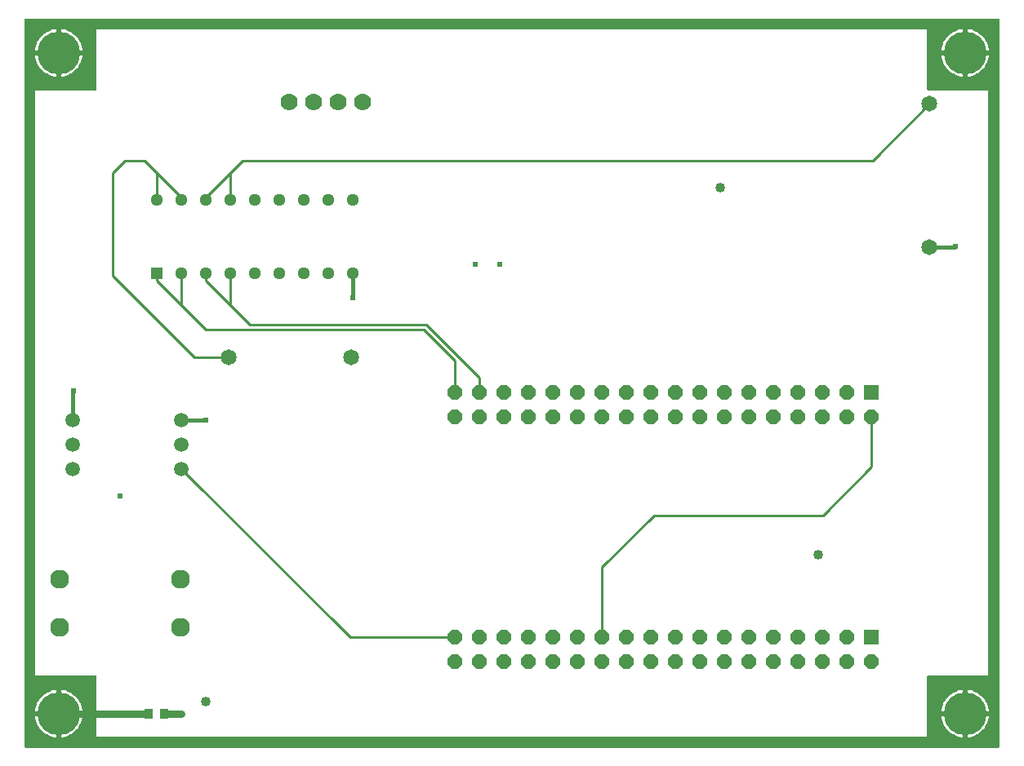
<source format=gbr>
G04 EAGLE Gerber RS-274X export*
G75*
%MOMM*%
%FSLAX34Y34*%
%LPD*%
%INTop Copper*%
%IPPOS*%
%AMOC8*
5,1,8,0,0,1.08239X$1,22.5*%
G01*
%ADD10C,1.960000*%
%ADD11C,1.651000*%
%ADD12R,1.295400X1.295400*%
%ADD13C,1.295400*%
%ADD14C,1.778000*%
%ADD15C,1.498600*%
%ADD16R,1.524000X1.524000*%
%ADD17P,1.649562X8X202.500000*%
%ADD18C,4.445000*%
%ADD19C,1.016000*%
%ADD20R,0.949959X1.031241*%
%ADD21C,0.381000*%
%ADD22C,0.609600*%
%ADD23C,0.762000*%
%ADD24C,0.254000*%

G36*
X1013444Y758308D02*
X1013444Y758308D01*
X1013437Y758427D01*
X1013424Y758465D01*
X1013419Y758506D01*
X1013376Y758616D01*
X1013339Y758729D01*
X1013317Y758764D01*
X1013302Y758801D01*
X1013233Y758897D01*
X1013169Y758998D01*
X1013139Y759026D01*
X1013116Y759059D01*
X1013024Y759135D01*
X1012937Y759216D01*
X1012902Y759236D01*
X1012871Y759261D01*
X1012763Y759312D01*
X1012659Y759370D01*
X1012619Y759380D01*
X1012583Y759397D01*
X1012466Y759419D01*
X1012351Y759449D01*
X1012291Y759453D01*
X1012271Y759457D01*
X1012250Y759455D01*
X1012190Y759459D01*
X3810Y759459D01*
X3692Y759444D01*
X3573Y759437D01*
X3535Y759424D01*
X3494Y759419D01*
X3384Y759376D01*
X3271Y759339D01*
X3236Y759317D01*
X3199Y759302D01*
X3103Y759233D01*
X3002Y759169D01*
X2974Y759139D01*
X2941Y759116D01*
X2865Y759024D01*
X2784Y758937D01*
X2764Y758902D01*
X2739Y758871D01*
X2688Y758763D01*
X2630Y758659D01*
X2620Y758619D01*
X2603Y758583D01*
X2581Y758466D01*
X2551Y758351D01*
X2547Y758291D01*
X2543Y758271D01*
X2545Y758250D01*
X2541Y758190D01*
X2541Y3810D01*
X2556Y3692D01*
X2563Y3573D01*
X2576Y3535D01*
X2581Y3494D01*
X2624Y3384D01*
X2661Y3271D01*
X2683Y3236D01*
X2698Y3199D01*
X2767Y3103D01*
X2831Y3002D01*
X2861Y2974D01*
X2884Y2941D01*
X2976Y2865D01*
X3063Y2784D01*
X3098Y2764D01*
X3129Y2739D01*
X3237Y2688D01*
X3341Y2630D01*
X3381Y2620D01*
X3417Y2603D01*
X3534Y2581D01*
X3649Y2551D01*
X3709Y2547D01*
X3729Y2543D01*
X3750Y2545D01*
X3810Y2541D01*
X1012190Y2541D01*
X1012308Y2556D01*
X1012427Y2563D01*
X1012465Y2576D01*
X1012506Y2581D01*
X1012616Y2624D01*
X1012729Y2661D01*
X1012764Y2683D01*
X1012801Y2698D01*
X1012897Y2767D01*
X1012998Y2831D01*
X1013026Y2861D01*
X1013059Y2884D01*
X1013135Y2976D01*
X1013216Y3063D01*
X1013236Y3098D01*
X1013261Y3129D01*
X1013312Y3237D01*
X1013370Y3341D01*
X1013380Y3381D01*
X1013397Y3417D01*
X1013419Y3534D01*
X1013449Y3649D01*
X1013453Y3709D01*
X1013457Y3729D01*
X1013455Y3750D01*
X1013459Y3810D01*
X1013459Y758190D01*
X1013444Y758308D01*
G37*
%LPC*%
G36*
X76200Y684531D02*
X76200Y684531D01*
X76318Y684546D01*
X76437Y684553D01*
X76475Y684566D01*
X76516Y684571D01*
X76626Y684614D01*
X76739Y684651D01*
X76774Y684673D01*
X76811Y684688D01*
X76907Y684758D01*
X77008Y684821D01*
X77036Y684851D01*
X77069Y684874D01*
X77145Y684966D01*
X77226Y685053D01*
X77246Y685088D01*
X77271Y685119D01*
X77322Y685227D01*
X77380Y685331D01*
X77390Y685371D01*
X77407Y685407D01*
X77429Y685524D01*
X77459Y685639D01*
X77463Y685700D01*
X77467Y685720D01*
X77465Y685740D01*
X77469Y685800D01*
X77469Y748031D01*
X938531Y748031D01*
X938531Y685800D01*
X938546Y685682D01*
X938553Y685563D01*
X938566Y685525D01*
X938571Y685484D01*
X938614Y685374D01*
X938651Y685261D01*
X938673Y685226D01*
X938688Y685189D01*
X938758Y685093D01*
X938821Y684992D01*
X938851Y684964D01*
X938874Y684931D01*
X938966Y684856D01*
X939053Y684774D01*
X939088Y684754D01*
X939119Y684729D01*
X939227Y684678D01*
X939331Y684620D01*
X939371Y684610D01*
X939407Y684593D01*
X939524Y684571D01*
X939639Y684541D01*
X939700Y684537D01*
X939720Y684533D01*
X939740Y684535D01*
X939800Y684531D01*
X1002031Y684531D01*
X1002031Y77469D01*
X939800Y77469D01*
X939682Y77454D01*
X939563Y77447D01*
X939525Y77434D01*
X939484Y77429D01*
X939374Y77386D01*
X939261Y77349D01*
X939226Y77327D01*
X939189Y77312D01*
X939093Y77243D01*
X938992Y77179D01*
X938964Y77149D01*
X938931Y77126D01*
X938856Y77034D01*
X938774Y76947D01*
X938754Y76912D01*
X938729Y76881D01*
X938678Y76773D01*
X938620Y76669D01*
X938610Y76629D01*
X938593Y76593D01*
X938571Y76476D01*
X938541Y76361D01*
X938537Y76301D01*
X938533Y76281D01*
X938535Y76260D01*
X938531Y76200D01*
X938531Y13969D01*
X77469Y13969D01*
X77469Y76200D01*
X77454Y76318D01*
X77447Y76437D01*
X77434Y76475D01*
X77429Y76516D01*
X77386Y76626D01*
X77349Y76739D01*
X77327Y76774D01*
X77312Y76811D01*
X77243Y76907D01*
X77179Y77008D01*
X77149Y77036D01*
X77126Y77069D01*
X77034Y77145D01*
X76947Y77226D01*
X76912Y77246D01*
X76881Y77271D01*
X76773Y77322D01*
X76669Y77380D01*
X76629Y77390D01*
X76593Y77407D01*
X76476Y77429D01*
X76361Y77459D01*
X76301Y77463D01*
X76281Y77467D01*
X76260Y77465D01*
X76200Y77469D01*
X13969Y77469D01*
X13969Y684531D01*
X76200Y684531D01*
G37*
%LPD*%
%LPC*%
G36*
X40639Y726439D02*
X40639Y726439D01*
X40639Y748536D01*
X42255Y748354D01*
X44967Y747735D01*
X47592Y746817D01*
X50099Y745610D01*
X52454Y744130D01*
X54629Y742395D01*
X56595Y740429D01*
X58330Y738254D01*
X59810Y735899D01*
X61017Y733392D01*
X61935Y730767D01*
X62554Y728055D01*
X62736Y726439D01*
X40639Y726439D01*
G37*
%LPD*%
%LPC*%
G36*
X980439Y40639D02*
X980439Y40639D01*
X980439Y62736D01*
X982055Y62554D01*
X984767Y61935D01*
X987392Y61017D01*
X989899Y59810D01*
X992254Y58330D01*
X994429Y56595D01*
X996395Y54629D01*
X998130Y52454D01*
X999610Y50099D01*
X1000817Y47592D01*
X1001735Y44967D01*
X1002354Y42255D01*
X1002536Y40639D01*
X980439Y40639D01*
G37*
%LPD*%
%LPC*%
G36*
X980439Y726439D02*
X980439Y726439D01*
X980439Y748536D01*
X982055Y748354D01*
X984767Y747735D01*
X987392Y746817D01*
X989899Y745610D01*
X992254Y744130D01*
X994429Y742395D01*
X996395Y740429D01*
X998130Y738254D01*
X999610Y735899D01*
X1000817Y733392D01*
X1001735Y730767D01*
X1002354Y728055D01*
X1002536Y726439D01*
X980439Y726439D01*
G37*
%LPD*%
%LPC*%
G36*
X40639Y40639D02*
X40639Y40639D01*
X40639Y62736D01*
X42255Y62554D01*
X44967Y61935D01*
X47592Y61017D01*
X50099Y59810D01*
X52454Y58330D01*
X54629Y56595D01*
X56595Y54629D01*
X58330Y52454D01*
X59810Y50099D01*
X61017Y47592D01*
X61935Y44967D01*
X62554Y42255D01*
X62736Y40639D01*
X40639Y40639D01*
G37*
%LPD*%
%LPC*%
G36*
X40639Y35561D02*
X40639Y35561D01*
X62736Y35561D01*
X62554Y33945D01*
X61935Y31233D01*
X61017Y28608D01*
X59810Y26101D01*
X58330Y23746D01*
X56595Y21571D01*
X54629Y19605D01*
X52454Y17870D01*
X50099Y16390D01*
X47592Y15183D01*
X44967Y14265D01*
X42255Y13646D01*
X40639Y13464D01*
X40639Y35561D01*
G37*
%LPD*%
%LPC*%
G36*
X13464Y726439D02*
X13464Y726439D01*
X13646Y728055D01*
X14265Y730767D01*
X15183Y733392D01*
X16390Y735899D01*
X17870Y738254D01*
X19605Y740429D01*
X21571Y742395D01*
X23746Y744130D01*
X26101Y745610D01*
X28608Y746817D01*
X31233Y747735D01*
X33945Y748354D01*
X35561Y748536D01*
X35561Y726439D01*
X13464Y726439D01*
G37*
%LPD*%
%LPC*%
G36*
X980439Y721361D02*
X980439Y721361D01*
X1002536Y721361D01*
X1002354Y719745D01*
X1001735Y717033D01*
X1000817Y714408D01*
X999610Y711901D01*
X998130Y709546D01*
X996395Y707371D01*
X994429Y705405D01*
X992254Y703670D01*
X989899Y702190D01*
X987392Y700983D01*
X984767Y700065D01*
X982055Y699446D01*
X980439Y699264D01*
X980439Y721361D01*
G37*
%LPD*%
%LPC*%
G36*
X953264Y40639D02*
X953264Y40639D01*
X953446Y42255D01*
X954065Y44967D01*
X954983Y47592D01*
X956190Y50099D01*
X957670Y52454D01*
X959405Y54629D01*
X961371Y56595D01*
X963546Y58330D01*
X965901Y59810D01*
X968408Y61017D01*
X971033Y61935D01*
X973745Y62554D01*
X975361Y62736D01*
X975361Y40639D01*
X953264Y40639D01*
G37*
%LPD*%
%LPC*%
G36*
X40639Y721361D02*
X40639Y721361D01*
X62736Y721361D01*
X62554Y719745D01*
X61935Y717033D01*
X61017Y714408D01*
X59810Y711901D01*
X58330Y709546D01*
X56595Y707371D01*
X54629Y705405D01*
X52454Y703670D01*
X50099Y702190D01*
X47592Y700983D01*
X44967Y700065D01*
X42255Y699446D01*
X40639Y699264D01*
X40639Y721361D01*
G37*
%LPD*%
%LPC*%
G36*
X13464Y40639D02*
X13464Y40639D01*
X13646Y42255D01*
X14265Y44967D01*
X15183Y47592D01*
X16390Y50099D01*
X17870Y52454D01*
X19605Y54629D01*
X21571Y56595D01*
X23746Y58330D01*
X26101Y59810D01*
X28608Y61017D01*
X31233Y61935D01*
X33945Y62554D01*
X35561Y62736D01*
X35561Y40639D01*
X13464Y40639D01*
G37*
%LPD*%
%LPC*%
G36*
X953264Y726439D02*
X953264Y726439D01*
X953446Y728055D01*
X954065Y730767D01*
X954983Y733392D01*
X956190Y735899D01*
X957670Y738254D01*
X959405Y740429D01*
X961371Y742395D01*
X963546Y744130D01*
X965901Y745610D01*
X968408Y746817D01*
X971033Y747735D01*
X973745Y748354D01*
X975361Y748536D01*
X975361Y726439D01*
X953264Y726439D01*
G37*
%LPD*%
%LPC*%
G36*
X980439Y35561D02*
X980439Y35561D01*
X1002536Y35561D01*
X1002354Y33945D01*
X1001735Y31233D01*
X1000817Y28608D01*
X999610Y26101D01*
X998130Y23746D01*
X996395Y21571D01*
X994429Y19605D01*
X992254Y17870D01*
X989899Y16390D01*
X987392Y15183D01*
X984767Y14265D01*
X982055Y13646D01*
X980439Y13464D01*
X980439Y35561D01*
G37*
%LPD*%
%LPC*%
G36*
X33945Y699446D02*
X33945Y699446D01*
X31233Y700065D01*
X28608Y700983D01*
X26101Y702190D01*
X23746Y703670D01*
X21571Y705405D01*
X19605Y707371D01*
X17870Y709546D01*
X16390Y711901D01*
X15183Y714408D01*
X14265Y717033D01*
X13646Y719745D01*
X13464Y721361D01*
X35561Y721361D01*
X35561Y699264D01*
X33945Y699446D01*
G37*
%LPD*%
%LPC*%
G36*
X973745Y699446D02*
X973745Y699446D01*
X971033Y700065D01*
X968408Y700983D01*
X965901Y702190D01*
X963546Y703670D01*
X961371Y705405D01*
X959405Y707371D01*
X957670Y709546D01*
X956190Y711901D01*
X954983Y714408D01*
X954065Y717033D01*
X953446Y719745D01*
X953264Y721361D01*
X975361Y721361D01*
X975361Y699264D01*
X973745Y699446D01*
G37*
%LPD*%
%LPC*%
G36*
X973745Y13646D02*
X973745Y13646D01*
X971033Y14265D01*
X968408Y15183D01*
X965901Y16390D01*
X963546Y17870D01*
X961371Y19605D01*
X959405Y21571D01*
X957670Y23746D01*
X956190Y26101D01*
X954983Y28608D01*
X954065Y31233D01*
X953446Y33945D01*
X953264Y35561D01*
X975361Y35561D01*
X975361Y13464D01*
X973745Y13646D01*
G37*
%LPD*%
%LPC*%
G36*
X33945Y13646D02*
X33945Y13646D01*
X31233Y14265D01*
X28608Y15183D01*
X26101Y16390D01*
X23746Y17870D01*
X21571Y19605D01*
X19605Y21571D01*
X17870Y23746D01*
X16390Y26101D01*
X15183Y28608D01*
X14265Y31233D01*
X13646Y33945D01*
X13464Y35561D01*
X35561Y35561D01*
X35561Y13464D01*
X33945Y13646D01*
G37*
%LPD*%
%LPC*%
G36*
X38099Y38099D02*
X38099Y38099D01*
X38099Y38101D01*
X38101Y38101D01*
X38101Y38099D01*
X38099Y38099D01*
G37*
%LPD*%
%LPC*%
G36*
X977899Y38099D02*
X977899Y38099D01*
X977899Y38101D01*
X977901Y38101D01*
X977901Y38099D01*
X977899Y38099D01*
G37*
%LPD*%
%LPC*%
G36*
X977899Y723899D02*
X977899Y723899D01*
X977899Y723901D01*
X977901Y723901D01*
X977901Y723899D01*
X977899Y723899D01*
G37*
%LPD*%
%LPC*%
G36*
X38099Y723899D02*
X38099Y723899D01*
X38099Y723901D01*
X38101Y723901D01*
X38101Y723899D01*
X38099Y723899D01*
G37*
%LPD*%
D10*
X39100Y177400D03*
X39100Y127400D03*
X164100Y127400D03*
X164100Y177400D03*
D11*
X341100Y407700D03*
X214100Y407700D03*
D12*
X139700Y495300D03*
D13*
X165100Y495300D03*
X190500Y495300D03*
X215900Y495300D03*
X241300Y495300D03*
X266700Y495300D03*
X292100Y495300D03*
X317500Y495300D03*
X342900Y495300D03*
X342900Y571500D03*
X317500Y571500D03*
X292100Y571500D03*
X266700Y571500D03*
X241300Y571500D03*
X215900Y571500D03*
X190500Y571500D03*
X165100Y571500D03*
X139700Y571500D03*
D11*
X941100Y522500D03*
X941100Y671300D03*
D14*
X276860Y673100D03*
X302260Y673100D03*
X327660Y673100D03*
X353060Y673100D03*
D15*
X165100Y342900D03*
X165100Y317500D03*
X165100Y292100D03*
X52578Y342900D03*
X52578Y317500D03*
X52578Y292100D03*
D16*
X880700Y371100D03*
D17*
X880700Y345700D03*
X855300Y371100D03*
X855300Y345700D03*
X829900Y371100D03*
X829900Y345700D03*
X804500Y371100D03*
X804500Y345700D03*
X779100Y371100D03*
X779100Y345700D03*
X753700Y371100D03*
X753700Y345700D03*
X728300Y371100D03*
X728300Y345700D03*
X702900Y371100D03*
X702900Y345700D03*
X677500Y371100D03*
X677500Y345700D03*
X652100Y371100D03*
X652100Y345700D03*
X626700Y371100D03*
X626700Y345700D03*
X601300Y371100D03*
X601300Y345700D03*
X575900Y371100D03*
X575900Y345700D03*
X550500Y371100D03*
X550500Y345700D03*
X525100Y371100D03*
X525100Y345700D03*
X499700Y371100D03*
X499700Y345700D03*
X474300Y371100D03*
X474300Y345700D03*
X448900Y371100D03*
X448900Y345700D03*
D16*
X880700Y117100D03*
D17*
X880700Y91700D03*
X855300Y117100D03*
X855300Y91700D03*
X829900Y117100D03*
X829900Y91700D03*
X804500Y117100D03*
X804500Y91700D03*
X779100Y117100D03*
X779100Y91700D03*
X753700Y117100D03*
X753700Y91700D03*
X728300Y117100D03*
X728300Y91700D03*
X702900Y117100D03*
X702900Y91700D03*
X677500Y117100D03*
X677500Y91700D03*
X652100Y117100D03*
X652100Y91700D03*
X626700Y117100D03*
X626700Y91700D03*
X601300Y117100D03*
X601300Y91700D03*
X575900Y117100D03*
X575900Y91700D03*
X550500Y117100D03*
X550500Y91700D03*
X525100Y117100D03*
X525100Y91700D03*
X499700Y117100D03*
X499700Y91700D03*
X474300Y117100D03*
X474300Y91700D03*
X448900Y117100D03*
X448900Y91700D03*
D18*
X38100Y38100D03*
X977900Y723900D03*
X38100Y723900D03*
X977900Y38100D03*
D19*
X190500Y50800D03*
X825500Y203200D03*
X723900Y584200D03*
D20*
X147701Y38100D03*
X131699Y38100D03*
D21*
X342900Y469900D02*
X342900Y495300D01*
D22*
X342900Y469900D03*
D21*
X190500Y342900D02*
X165100Y342900D01*
D22*
X190500Y342900D03*
D23*
X165100Y38100D02*
X147701Y38100D01*
D22*
X165100Y38100D03*
D24*
X340100Y117100D02*
X165100Y292100D01*
X340100Y117100D02*
X448900Y117100D01*
X601300Y117100D02*
X601300Y189820D01*
X655320Y243840D02*
X830580Y243840D01*
X880700Y293960D01*
X880700Y345700D01*
X655320Y243840D02*
X601300Y189820D01*
X139700Y571500D02*
X139700Y599440D01*
X127000Y612140D01*
X106680Y612140D01*
X93980Y599440D01*
X179040Y407700D02*
X214100Y407700D01*
X93980Y492760D02*
X93980Y599440D01*
X93980Y492760D02*
X179040Y407700D01*
X165100Y574040D02*
X139700Y599440D01*
X165100Y574040D02*
X165100Y571500D01*
X165100Y495300D02*
X165100Y462280D01*
X190500Y436880D01*
X416560Y436880D01*
X448900Y404540D01*
X448900Y371100D01*
X165100Y462280D02*
X139700Y487680D01*
X139700Y495300D01*
D22*
X469900Y504190D03*
X495300Y504190D03*
X101600Y264160D03*
D21*
X52578Y342900D02*
X52578Y372618D01*
D24*
X53340Y373380D01*
D22*
X53340Y373380D03*
D21*
X941100Y522500D02*
X967000Y522500D01*
X967740Y523240D01*
D22*
X967740Y523240D03*
D24*
X215900Y571500D02*
X215900Y599440D01*
X228600Y612140D01*
X881940Y612140D02*
X941100Y671300D01*
X881940Y612140D02*
X228600Y612140D01*
X215900Y599440D02*
X190500Y574040D01*
X190500Y571500D01*
X215900Y495300D02*
X215900Y462280D01*
X236220Y441960D01*
X419100Y441960D01*
X474300Y386760D01*
X474300Y371100D01*
X215900Y462280D02*
X190500Y487680D01*
X190500Y495300D01*
D23*
X131699Y38100D02*
X38100Y38100D01*
M02*

</source>
